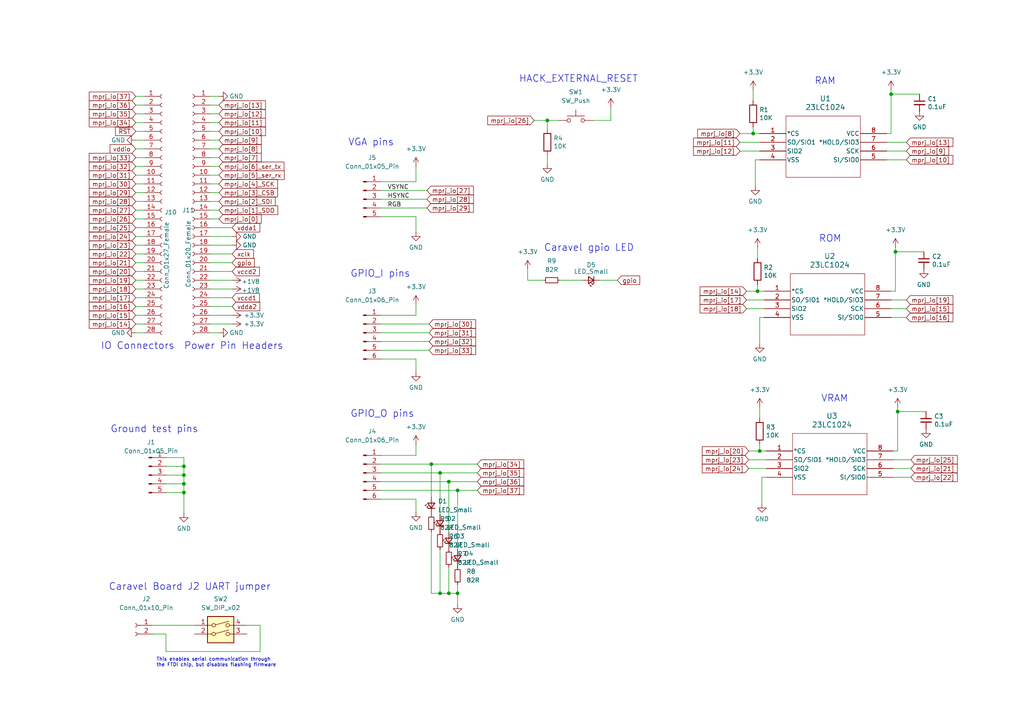
<source format=kicad_sch>
(kicad_sch (version 20230121) (generator eeschema)
  (paper "A4")
  (lib_symbols
    (symbol "23lc1024:23LC1024-I_SN" (pin_names (offset 0.254))
      (property "Reference" "U1" (at 19.05 10.16 0))
      (property "Value" "23LC1024-I/SN" (at 19.05 7.62 0))
      (symbol "23LC1024-I_SN_0_1"
        (polyline (pts (xy 7.62 -12.7) (xy 29.21 -12.7)) (stroke (width 0.127)))
        (polyline (pts (xy 7.62 5.08) (xy 7.62 -12.7)) (stroke (width 0.127)))
        (polyline (pts (xy 29.21 -12.7) (xy 29.21 5.08)) (stroke (width 0.127)))
        (polyline (pts (xy 29.21 5.08) (xy 7.62 5.08)) (stroke (width 0.127)))
        (pin input line (at 0 0 0) (length 7.62) (name "*CS") (number "1"))
        (pin bidirectional line (at 0 -2.54 0) (length 7.62) (name "SO/SIO1") (number "2"))
        (pin bidirectional line (at 0 -5.08 0) (length 7.62) (name "SIO2") (number "3"))
        (pin power_in line (at 0 -7.62 0) (length 7.62) (name "VSS") (number "4"))
        (pin bidirectional line (at 36.83 -7.62 180) (length 7.62) (name "SI/SIO0") (number "5"))
        (pin unspecified line (at 36.83 -5.08 180) (length 7.62) (name "SCK") (number "6"))
        (pin bidirectional line (at 36.83 -2.54 180) (length 7.62) (name "*HOLD/SIO3") (number "7"))
        (pin power_in line (at 36.83 0 180) (length 7.62) (name "VCC") (number "8"))
      )
    )
    (symbol "Connector:Conn_01x02_Socket" (pin_names (offset 1.016) hide)
      (property "Reference" "J" (at 0 2.54 0))
      (property "Value" "Conn_01x02_Socket" (at 0 -5.08 0))
      (symbol "Conn_01x02_Socket_1_1"
        (arc (start 0 -2.032) (mid -0.5058 -2.54) (end 0 -3.048) (stroke (width 0.1524)))
        (polyline (pts (xy -1.27 -2.54) (xy -0.508 -2.54)) (stroke (width 0.1524)))
        (polyline (pts (xy -1.27 0) (xy -0.508 0)) (stroke (width 0.1524)))
        (arc (start 0 0.508) (mid -0.5058 0) (end 0 -0.508) (stroke (width 0.1524)))
        (pin passive line (at -5.08 0 0) (length 3.81) (name "Pin_1") (number "1"))
        (pin passive line (at -5.08 -2.54 0) (length 3.81) (name "Pin_2") (number "2"))
      )
    )
    (symbol "Connector:Conn_01x05_Pin" (pin_names (offset 1.016) hide)
      (property "Reference" "J" (at 0 7.62 0))
      (property "Value" "Conn_01x05_Pin" (at 0 -7.62 0))
      (symbol "Conn_01x05_Pin_1_1"
        (polyline (pts (xy 1.27 -5.08) (xy 0.8636 -5.08)) (stroke (width 0.1524)))
        (polyline (pts (xy 1.27 -2.54) (xy 0.8636 -2.54)) (stroke (width 0.1524)))
        (polyline (pts (xy 1.27 0) (xy 0.8636 0)) (stroke (width 0.1524)))
        (polyline (pts (xy 1.27 2.54) (xy 0.8636 2.54)) (stroke (width 0.1524)))
        (polyline (pts (xy 1.27 5.08) (xy 0.8636 5.08)) (stroke (width 0.1524)))
        (rectangle (start 0.8636 -4.953) (end 0 -5.207) (stroke (width 0.1524)) (fill (type outline)))
        (rectangle (start 0.8636 -2.413) (end 0 -2.667) (stroke (width 0.1524)) (fill (type outline)))
        (rectangle (start 0.8636 0.127) (end 0 -0.127) (stroke (width 0.1524)) (fill (type outline)))
        (rectangle (start 0.8636 2.667) (end 0 2.413) (stroke (width 0.1524)) (fill (type outline)))
        (rectangle (start 0.8636 5.207) (end 0 4.953) (stroke (width 0.1524)) (fill (type outline)))
        (pin passive line (at 5.08 5.08 180) (length 3.81) (name "Pin_1") (number "1"))
        (pin passive line (at 5.08 2.54 180) (length 3.81) (name "Pin_2") (number "2"))
        (pin passive line (at 5.08 0 180) (length 3.81) (name "Pin_3") (number "3"))
        (pin passive line (at 5.08 -2.54 180) (length 3.81) (name "Pin_4") (number "4"))
        (pin passive line (at 5.08 -5.08 180) (length 3.81) (name "Pin_5") (number "5"))
      )
    )
    (symbol "Connector:Conn_01x06_Pin" (pin_names (offset 1.016) hide)
      (property "Reference" "J" (at 0 7.62 0))
      (property "Value" "Conn_01x06_Pin" (at 0 -10.16 0))
      (symbol "Conn_01x06_Pin_1_1"
        (polyline (pts (xy 1.27 -7.62) (xy 0.8636 -7.62)) (stroke (width 0.1524)))
        (polyline (pts (xy 1.27 -5.08) (xy 0.8636 -5.08)) (stroke (width 0.1524)))
        (polyline (pts (xy 1.27 -2.54) (xy 0.8636 -2.54)) (stroke (width 0.1524)))
        (polyline (pts (xy 1.27 0) (xy 0.8636 0)) (stroke (width 0.1524)))
        (polyline (pts (xy 1.27 2.54) (xy 0.8636 2.54)) (stroke (width 0.1524)))
        (polyline (pts (xy 1.27 5.08) (xy 0.8636 5.08)) (stroke (width 0.1524)))
        (rectangle (start 0.8636 -7.493) (end 0 -7.747) (stroke (width 0.1524)) (fill (type outline)))
        (rectangle (start 0.8636 -4.953) (end 0 -5.207) (stroke (width 0.1524)) (fill (type outline)))
        (rectangle (start 0.8636 -2.413) (end 0 -2.667) (stroke (width 0.1524)) (fill (type outline)))
        (rectangle (start 0.8636 0.127) (end 0 -0.127) (stroke (width 0.1524)) (fill (type outline)))
        (rectangle (start 0.8636 2.667) (end 0 2.413) (stroke (width 0.1524)) (fill (type outline)))
        (rectangle (start 0.8636 5.207) (end 0 4.953) (stroke (width 0.1524)) (fill (type outline)))
        (pin passive line (at 5.08 5.08 180) (length 3.81) (name "Pin_1") (number "1"))
        (pin passive line (at 5.08 2.54 180) (length 3.81) (name "Pin_2") (number "2"))
        (pin passive line (at 5.08 0 180) (length 3.81) (name "Pin_3") (number "3"))
        (pin passive line (at 5.08 -2.54 180) (length 3.81) (name "Pin_4") (number "4"))
        (pin passive line (at 5.08 -5.08 180) (length 3.81) (name "Pin_5") (number "5"))
        (pin passive line (at 5.08 -7.62 180) (length 3.81) (name "Pin_6") (number "6"))
      )
    )
    (symbol "Connector:Conn_01x28_Female" (pin_names (offset 1.016) hide)
      (property "Reference" "J" (at 0 35.56 0))
      (property "Value" "Conn_01x28_Female" (at 0 -38.1 0))
      (symbol "Conn_01x28_Female_1_1"
        (arc (start 0 -35.052) (mid -0.5058 -35.56) (end 0 -36.068) (stroke (width 0.1524)))
        (arc (start 0 -32.512) (mid -0.5058 -33.02) (end 0 -33.528) (stroke (width 0.1524)))
        (arc (start 0 -29.972) (mid -0.5058 -30.48) (end 0 -30.988) (stroke (width 0.1524)))
        (arc (start 0 -27.432) (mid -0.5058 -27.94) (end 0 -28.448) (stroke (width 0.1524)))
        (arc (start 0 -24.892) (mid -0.5058 -25.4) (end 0 -25.908) (stroke (width 0.1524)))
        (arc (start 0 -22.352) (mid -0.5058 -22.86) (end 0 -23.368) (stroke (width 0.1524)))
        (arc (start 0 -19.812) (mid -0.5058 -20.32) (end 0 -20.828) (stroke (width 0.1524)))
        (arc (start 0 -17.272) (mid -0.5058 -17.78) (end 0 -18.288) (stroke (width 0.1524)))
        (arc (start 0 -14.732) (mid -0.5058 -15.24) (end 0 -15.748) (stroke (width 0.1524)))
        (arc (start 0 -12.192) (mid -0.5058 -12.7) (end 0 -13.208) (stroke (width 0.1524)))
        (arc (start 0 -9.652) (mid -0.5058 -10.16) (end 0 -10.668) (stroke (width 0.1524)))
        (arc (start 0 -7.112) (mid -0.5058 -7.62) (end 0 -8.128) (stroke (width 0.1524)))
        (arc (start 0 -4.572) (mid -0.5058 -5.08) (end 0 -5.588) (stroke (width 0.1524)))
        (arc (start 0 -2.032) (mid -0.5058 -2.54) (end 0 -3.048) (stroke (width 0.1524)))
        (polyline (pts (xy -1.27 -35.56) (xy -0.508 -35.56)) (stroke (width 0.1524)))
        (polyline (pts (xy -1.27 -33.02) (xy -0.508 -33.02)) (stroke (width 0.1524)))
        (polyline (pts (xy -1.27 -30.48) (xy -0.508 -30.48)) (stroke (width 0.1524)))
        (polyline (pts (xy -1.27 -27.94) (xy -0.508 -27.94)) (stroke (width 0.1524)))
        (polyline (pts (xy -1.27 -25.4) (xy -0.508 -25.4)) (stroke (width 0.1524)))
        (polyline (pts (xy -1.27 -22.86) (xy -0.508 -22.86)) (stroke (width 0.1524)))
        (polyline (pts (xy -1.27 -20.32) (xy -0.508 -20.32)) (stroke (width 0.1524)))
        (polyline (pts (xy -1.27 -17.78) (xy -0.508 -17.78)) (stroke (width 0.1524)))
        (polyline (pts (xy -1.27 -15.24) (xy -0.508 -15.24)) (stroke (width 0.1524)))
        (polyline (pts (xy -1.27 -12.7) (xy -0.508 -12.7)) (stroke (width 0.1524)))
        (polyline (pts (xy -1.27 -10.16) (xy -0.508 -10.16)) (stroke (width 0.1524)))
        (polyline (pts (xy -1.27 -7.62) (xy -0.508 -7.62)) (stroke (width 0.1524)))
        (polyline (pts (xy -1.27 -5.08) (xy -0.508 -5.08)) (stroke (width 0.1524)))
        (polyline (pts (xy -1.27 -2.54) (xy -0.508 -2.54)) (stroke (width 0.1524)))
        (polyline (pts (xy -1.27 0) (xy -0.508 0)) (stroke (width 0.1524)))
        (polyline (pts (xy -1.27 2.54) (xy -0.508 2.54)) (stroke (width 0.1524)))
        (polyline (pts (xy -1.27 5.08) (xy -0.508 5.08)) (stroke (width 0.1524)))
        (polyline (pts (xy -1.27 7.62) (xy -0.508 7.62)) (stroke (width 0.1524)))
        (polyline (pts (xy -1.27 10.16) (xy -0.508 10.16)) (stroke (width 0.1524)))
        (polyline (pts (xy -1.27 12.7) (xy -0.508 12.7)) (stroke (width 0.1524)))
        (polyline (pts (xy -1.27 15.24) (xy -0.508 15.24)) (stroke (width 0.1524)))
        (polyline (pts (xy -1.27 17.78) (xy -0.508 17.78)) (stroke (width 0.1524)))
        (polyline (pts (xy -1.27 20.32) (xy -0.508 20.32)) (stroke (width 0.1524)))
        (polyline (pts (xy -1.27 22.86) (xy -0.508 22.86)) (stroke (width 0.1524)))
        (polyline (pts (xy -1.27 25.4) (xy -0.508 25.4)) (stroke (width 0.1524)))
        (polyline (pts (xy -1.27 27.94) (xy -0.508 27.94)) (stroke (width 0.1524)))
        (polyline (pts (xy -1.27 30.48) (xy -0.508 30.48)) (stroke (width 0.1524)))
        (polyline (pts (xy -1.27 33.02) (xy -0.508 33.02)) (stroke (width 0.1524)))
        (arc (start 0 0.508) (mid -0.5058 0) (end 0 -0.508) (stroke (width 0.1524)))
        (arc (start 0 3.048) (mid -0.5058 2.54) (end 0 2.032) (stroke (width 0.1524)))
        (arc (start 0 5.588) (mid -0.5058 5.08) (end 0 4.572) (stroke (width 0.1524)))
        (arc (start 0 8.128) (mid -0.5058 7.62) (end 0 7.112) (stroke (width 0.1524)))
        (arc (start 0 10.668) (mid -0.5058 10.16) (end 0 9.652) (stroke (width 0.1524)))
        (arc (start 0 13.208) (mid -0.5058 12.7) (end 0 12.192) (stroke (width 0.1524)))
        (arc (start 0 15.748) (mid -0.5058 15.24) (end 0 14.732) (stroke (width 0.1524)))
        (arc (start 0 18.288) (mid -0.5058 17.78) (end 0 17.272) (stroke (width 0.1524)))
        (arc (start 0 20.828) (mid -0.5058 20.32) (end 0 19.812) (stroke (width 0.1524)))
        (arc (start 0 23.368) (mid -0.5058 22.86) (end 0 22.352) (stroke (width 0.1524)))
        (arc (start 0 25.908) (mid -0.5058 25.4) (end 0 24.892) (stroke (width 0.1524)))
        (arc (start 0 28.448) (mid -0.5058 27.94) (end 0 27.432) (stroke (width 0.1524)))
        (arc (start 0 30.988) (mid -0.5058 30.48) (end 0 29.972) (stroke (width 0.1524)))
        (arc (start 0 33.528) (mid -0.5058 33.02) (end 0 32.512) (stroke (width 0.1524)))
        (pin passive line (at -5.08 33.02 0) (length 3.81) (name "Pin_1") (number "1"))
        (pin passive line (at -5.08 10.16 0) (length 3.81) (name "Pin_10") (number "10"))
        (pin passive line (at -5.08 7.62 0) (length 3.81) (name "Pin_11") (number "11"))
        (pin passive line (at -5.08 5.08 0) (length 3.81) (name "Pin_12") (number "12"))
        (pin passive line (at -5.08 2.54 0) (length 3.81) (name "Pin_13") (number "13"))
        (pin passive line (at -5.08 0 0) (length 3.81) (name "Pin_14") (number "14"))
        (pin passive line (at -5.08 -2.54 0) (length 3.81) (name "Pin_15") (number "15"))
        (pin passive line (at -5.08 -5.08 0) (length 3.81) (name "Pin_16") (number "16"))
        (pin passive line (at -5.08 -7.62 0) (length 3.81) (name "Pin_17") (number "17"))
        (pin passive line (at -5.08 -10.16 0) (length 3.81) (name "Pin_18") (number "18"))
        (pin passive line (at -5.08 -12.7 0) (length 3.81) (name "Pin_19") (number "19"))
        (pin passive line (at -5.08 30.48 0) (length 3.81) (name "Pin_2") (number "2"))
        (pin passive line (at -5.08 -15.24 0) (length 3.81) (name "Pin_20") (number "20"))
        (pin passive line (at -5.08 -17.78 0) (length 3.81) (name "Pin_21") (number "21"))
        (pin passive line (at -5.08 -20.32 0) (length 3.81) (name "Pin_22") (number "22"))
        (pin passive line (at -5.08 -22.86 0) (length 3.81) (name "Pin_23") (number "23"))
        (pin passive line (at -5.08 -25.4 0) (length 3.81) (name "Pin_24") (number "24"))
        (pin passive line (at -5.08 -27.94 0) (length 3.81) (name "Pin_25") (number "25"))
        (pin passive line (at -5.08 -30.48 0) (length 3.81) (name "Pin_26") (number "26"))
        (pin passive line (at -5.08 -33.02 0) (length 3.81) (name "Pin_27") (number "27"))
        (pin passive line (at -5.08 -35.56 0) (length 3.81) (name "Pin_28") (number "28"))
        (pin passive line (at -5.08 27.94 0) (length 3.81) (name "Pin_3") (number "3"))
        (pin passive line (at -5.08 25.4 0) (length 3.81) (name "Pin_4") (number "4"))
        (pin passive line (at -5.08 22.86 0) (length 3.81) (name "Pin_5") (number "5"))
        (pin passive line (at -5.08 20.32 0) (length 3.81) (name "Pin_6") (number "6"))
        (pin passive line (at -5.08 17.78 0) (length 3.81) (name "Pin_7") (number "7"))
        (pin passive line (at -5.08 15.24 0) (length 3.81) (name "Pin_8") (number "8"))
        (pin passive line (at -5.08 12.7 0) (length 3.81) (name "Pin_9") (number "9"))
      )
    )
    (symbol "Device:C_Small" (pin_numbers hide) (pin_names (offset 0.254) hide)
      (property "Reference" "C" (at 0.254 1.778 0))
      (property "Value" "C_Small" (at 0.254 -2.032 0))
      (symbol "C_Small_0_1"
        (polyline (pts (xy -1.524 -0.508) (xy 1.524 -0.508)) (stroke (width 0.3302)))
        (polyline (pts (xy -1.524 0.508) (xy 1.524 0.508)) (stroke (width 0.3048)))
      )
      (symbol "C_Small_1_1"
        (pin passive line (at 0 2.54 270) (length 2.032) (name "~") (number "1"))
        (pin passive line (at 0 -2.54 90) (length 2.032) (name "~") (number "2"))
      )
    )
    (symbol "Device:LED_Small" (pin_numbers hide) (pin_names (offset 0.254) hide)
      (property "Reference" "D" (at -1.27 3.175 0))
      (property "Value" "LED_Small" (at -4.445 -2.54 0))
      (symbol "LED_Small_0_1"
        (polyline (pts (xy -0.762 -1.016) (xy -0.762 1.016)) (stroke (width 0.254)))
        (polyline (pts (xy 1.016 0) (xy -0.762 0)))
        (polyline (pts (xy 0.762 -1.016) (xy -0.762 0) (xy 0.762 1.016) (xy 0.762 -1.016)) (stroke (width 0.254)))
        (polyline (pts (xy 0 0.762) (xy -0.508 1.27) (xy -0.254 1.27) (xy -0.508 1.27) (xy -0.508 1.016)))
        (polyline (pts (xy 0.508 1.27) (xy 0 1.778) (xy 0.254 1.778) (xy 0 1.778) (xy 0 1.524)))
      )
      (symbol "LED_Small_1_1"
        (pin passive line (at -2.54 0 0) (length 1.778) (name "K") (number "1"))
        (pin passive line (at 2.54 0 180) (length 1.778) (name "A") (number "2"))
      )
    )
    (symbol "Device:R" (pin_numbers hide) (pin_names (offset 0))
      (property "Reference" "R" (at 2.032 0 90))
      (property "Value" "R" (at 0 0 90))
      (symbol "R_0_1"
        (rectangle (start -1.016 -2.54) (end 1.016 2.54) (stroke (width 0.254)))
      )
      (symbol "R_1_1"
        (pin passive line (at 0 3.81 270) (length 1.27) (name "~") (number "1"))
        (pin passive line (at 0 -3.81 90) (length 1.27) (name "~") (number "2"))
      )
    )
    (symbol "Device:R_Small" (pin_numbers hide) (pin_names (offset 0.254) hide)
      (property "Reference" "R" (at 0.762 0.508 0))
      (property "Value" "R_Small" (at 0.762 -1.016 0))
      (symbol "R_Small_0_1"
        (rectangle (start -0.762 1.778) (end 0.762 -1.778) (stroke (width 0.2032)))
      )
      (symbol "R_Small_1_1"
        (pin passive line (at 0 2.54 270) (length 0.762) (name "~") (number "1"))
        (pin passive line (at 0 -2.54 90) (length 0.762) (name "~") (number "2"))
      )
    )
    (symbol "Switch:SW_DIP_x02" (pin_names (offset 0) hide)
      (property "Reference" "SW" (at 0 6.35 0))
      (property "Value" "SW_DIP_x02" (at 0 -3.81 0))
      (symbol "SW_DIP_x02_0_0"
        (circle (center -2.032 0) (radius 0.508))
        (circle (center -2.032 2.54) (radius 0.508))
        (polyline (pts (xy -1.524 0.127) (xy 2.3622 1.1684)))
        (polyline (pts (xy -1.524 2.667) (xy 2.3622 3.7084)))
        (circle (center 2.032 0) (radius 0.508))
        (circle (center 2.032 2.54) (radius 0.508))
      )
      (symbol "SW_DIP_x02_0_1"
        (rectangle (start -3.81 5.08) (end 3.81 -2.54) (stroke (width 0.254)) (fill (type background)))
      )
      (symbol "SW_DIP_x02_1_1"
        (pin passive line (at -7.62 2.54 0) (length 5.08) (name "~") (number "1"))
        (pin passive line (at -7.62 0 0) (length 5.08) (name "~") (number "2"))
        (pin passive line (at 7.62 0 180) (length 5.08) (name "~") (number "3"))
        (pin passive line (at 7.62 2.54 180) (length 5.08) (name "~") (number "4"))
      )
    )
    (symbol "Switch:SW_Push" (pin_numbers hide) (pin_names (offset 1.016) hide)
      (property "Reference" "SW" (at 1.27 2.54 0))
      (property "Value" "SW_Push" (at 0 -1.524 0))
      (symbol "SW_Push_0_1"
        (circle (center -2.032 0) (radius 0.508))
        (polyline (pts (xy 0 1.27) (xy 0 3.048)))
        (polyline (pts (xy 2.54 1.27) (xy -2.54 1.27)))
        (circle (center 2.032 0) (radius 0.508))
        (pin passive line (at -5.08 0 0) (length 2.54) (name "1") (number "1"))
        (pin passive line (at 5.08 0 180) (length 2.54) (name "2") (number "2"))
      )
    )
    (symbol "power:+1V8" (power) (pin_names (offset 0))
      (property "Value" "+1V8" (at 0 3.556 0))
      (symbol "+1V8_0_1"
        (polyline (pts (xy -0.762 1.27) (xy 0 2.54)))
        (polyline (pts (xy 0 0) (xy 0 2.54)))
        (polyline (pts (xy 0 2.54) (xy 0.762 1.27)))
      )
      (symbol "+1V8_1_1"
        (pin power_in line (at 0 0 90) (length 0) hide (name "+1V8") (number "1"))
      )
    )
    (symbol "power:+3.3V" (power) (pin_names (offset 0))
      (property "Value" "+3.3V" (at 0 3.556 0))
      (symbol "+3.3V_0_1"
        (polyline (pts (xy -0.762 1.27) (xy 0 2.54)))
        (polyline (pts (xy 0 0) (xy 0 2.54)))
        (polyline (pts (xy 0 2.54) (xy 0.762 1.27)))
      )
      (symbol "+3.3V_1_1"
        (pin power_in line (at 0 0 90) (length 0) hide (name "+3.3V") (number "1"))
      )
    )
    (symbol "power:GND" (power) (pin_names (offset 0))
      (property "Value" "GND" (at 0 -3.81 0))
      (symbol "GND_0_1"
        (polyline (pts (xy 0 0) (xy 0 -1.27) (xy 1.27 -1.27) (xy 0 -2.54) (xy -1.27 -1.27) (xy 0 -1.27)))
      )
      (symbol "GND_1_1"
        (pin power_in line (at 0 0 270) (length 0) hide (name "GND") (number "1"))
      )
    )
  )
  (junction (at 130.175 139.7))
  (junction (at 127.635 172.085))
  (junction (at 53.34 140.335))
  (junction (at 158.75 34.925))
  (junction (at 127.635 137.16))
  (junction (at 132.715 142.24))
  (junction (at 125.095 134.62))
  (junction (at 53.34 135.255))
  (junction (at 53.34 137.795))
  (junction (at 53.34 142.875))
  (junction (at 218.44 38.735))
  (junction (at 220.345 130.81))
  (junction (at 258.445 27.305))
  (junction (at 259.715 73.025))
  (junction (at 130.175 172.085))
  (junction (at 219.71 84.455))
  (junction (at 132.715 172.085))
  (junction (at 260.35 119.38))
  (wire (pts (xy 257.175 38.735) (xy 258.445 38.735)))
  (wire (pts (xy 110.49 91.44) (xy 120.65 91.44)))
  (wire (pts (xy 60.96 88.9) (xy 67.31 88.9)))
  (wire (pts (xy 110.49 134.62) (xy 125.095 134.62)))
  (wire (pts (xy 120.65 104.14) (xy 120.65 107.95)))
  (wire (pts (xy 110.49 99.06) (xy 124.46 99.06)))
  (wire (pts (xy 220.345 128.905) (xy 220.345 130.81)))
  (wire (pts (xy 219.075 46.355) (xy 219.075 53.975)))
  (wire (pts (xy 63.5 33.02) (xy 60.96 33.02)))
  (wire (pts (xy 219.71 84.455) (xy 221.615 84.455)))
  (wire (pts (xy 39.37 78.74) (xy 41.91 78.74)))
  (wire (pts (xy 132.715 169.545) (xy 132.715 172.085)))
  (wire (pts (xy 120.65 62.865) (xy 110.49 62.865)))
  (wire (pts (xy 217.17 135.89) (xy 222.25 135.89)))
  (wire (pts (xy 130.175 164.465) (xy 130.175 172.085)))
  (wire (pts (xy 63.5 48.26) (xy 60.96 48.26)))
  (wire (pts (xy 258.445 27.305) (xy 258.445 38.735)))
  (wire (pts (xy 60.96 91.44) (xy 67.31 91.44)))
  (wire (pts (xy 67.31 66.04) (xy 60.96 66.04)))
  (wire (pts (xy 132.715 142.24) (xy 138.43 142.24)))
  (wire (pts (xy 120.65 144.78) (xy 120.65 148.59)))
  (wire (pts (xy 218.44 26.035) (xy 218.44 29.21)))
  (wire (pts (xy 53.34 132.715) (xy 53.34 135.255)))
  (wire (pts (xy 71.628 181.356) (xy 75.438 181.356)))
  (wire (pts (xy 220.98 138.43) (xy 220.98 146.05)))
  (wire (pts (xy 110.49 52.705) (xy 120.65 52.705)))
  (wire (pts (xy 110.49 139.7) (xy 130.175 139.7)))
  (wire (pts (xy 257.175 43.815) (xy 262.89 43.815)))
  (wire (pts (xy 53.34 142.875) (xy 53.34 148.844)))
  (wire (pts (xy 158.75 34.925) (xy 161.925 34.925)))
  (wire (pts (xy 39.37 76.2) (xy 41.91 76.2)))
  (wire (pts (xy 110.49 60.325) (xy 123.825 60.325)))
  (wire (pts (xy 63.5 38.1) (xy 60.96 38.1)))
  (wire (pts (xy 258.445 27.305) (xy 266.7 27.305)))
  (wire (pts (xy 110.49 137.16) (xy 127.635 137.16)))
  (wire (pts (xy 219.71 82.55) (xy 219.71 84.455)))
  (wire (pts (xy 127.635 137.16) (xy 138.43 137.16)))
  (wire (pts (xy 53.34 137.795) (xy 53.34 140.335)))
  (wire (pts (xy 127.635 159.385) (xy 127.635 172.085)))
  (wire (pts (xy 60.96 96.52) (xy 63.5 96.52)))
  (wire (pts (xy 48.26 140.335) (xy 53.34 140.335)))
  (wire (pts (xy 63.5 30.48) (xy 60.96 30.48)))
  (wire (pts (xy 120.65 67.31) (xy 120.65 62.865)))
  (wire (pts (xy 41.91 60.96) (xy 39.37 60.96)))
  (wire (pts (xy 110.49 104.14) (xy 120.65 104.14)))
  (wire (pts (xy 63.5 40.64) (xy 60.96 40.64)))
  (wire (pts (xy 125.095 134.62) (xy 138.43 134.62)))
  (wire (pts (xy 48.26 137.795) (xy 53.34 137.795)))
  (wire (pts (xy 67.31 68.58) (xy 60.96 68.58)))
  (wire (pts (xy 217.17 133.35) (xy 222.25 133.35)))
  (wire (pts (xy 257.175 41.275) (xy 262.89 41.275)))
  (wire (pts (xy 41.91 66.04) (xy 39.37 66.04)))
  (wire (pts (xy 110.49 96.52) (xy 124.46 96.52)))
  (wire (pts (xy 214.63 38.735) (xy 218.44 38.735)))
  (wire (pts (xy 216.535 84.455) (xy 219.71 84.455)))
  (wire (pts (xy 132.715 142.24) (xy 132.715 159.385)))
  (wire (pts (xy 259.08 138.43) (xy 264.16 138.43)))
  (wire (pts (xy 41.91 55.88) (xy 39.37 55.88)))
  (wire (pts (xy 222.25 138.43) (xy 220.98 138.43)))
  (wire (pts (xy 39.37 83.82) (xy 41.91 83.82)))
  (wire (pts (xy 44.323 181.356) (xy 56.388 181.356)))
  (wire (pts (xy 162.56 81.28) (xy 168.91 81.28)))
  (wire (pts (xy 127.635 137.16) (xy 127.635 149.225)))
  (wire (pts (xy 125.095 154.305) (xy 125.095 172.085)))
  (wire (pts (xy 110.49 57.785) (xy 123.825 57.785)))
  (wire (pts (xy 153.035 81.28) (xy 157.48 81.28)))
  (wire (pts (xy 41.91 30.48) (xy 39.37 30.48)))
  (wire (pts (xy 220.345 118.11) (xy 220.345 121.285)))
  (wire (pts (xy 219.71 71.755) (xy 219.71 74.93)))
  (wire (pts (xy 63.5 58.42) (xy 60.96 58.42)))
  (wire (pts (xy 257.175 46.355) (xy 262.89 46.355)))
  (wire (pts (xy 177.165 34.925) (xy 177.165 31.115)))
  (wire (pts (xy 220.345 130.81) (xy 222.25 130.81)))
  (wire (pts (xy 214.63 43.815) (xy 220.345 43.815)))
  (wire (pts (xy 41.91 27.94) (xy 39.37 27.94)))
  (wire (pts (xy 130.175 172.085) (xy 132.715 172.085)))
  (wire (pts (xy 258.445 86.995) (xy 262.89 86.995)))
  (wire (pts (xy 41.91 38.1) (xy 39.37 38.1)))
  (wire (pts (xy 220.345 46.355) (xy 219.075 46.355)))
  (wire (pts (xy 110.49 144.78) (xy 120.65 144.78)))
  (wire (pts (xy 39.37 91.44) (xy 41.91 91.44)))
  (wire (pts (xy 260.35 118.11) (xy 260.35 119.38)))
  (wire (pts (xy 41.91 48.26) (xy 39.37 48.26)))
  (wire (pts (xy 214.63 41.275) (xy 220.345 41.275)))
  (wire (pts (xy 259.715 71.755) (xy 259.715 73.025)))
  (wire (pts (xy 259.08 133.35) (xy 264.16 133.35)))
  (wire (pts (xy 67.31 73.66) (xy 60.96 73.66)))
  (wire (pts (xy 41.91 33.02) (xy 39.37 33.02)))
  (wire (pts (xy 41.91 50.8) (xy 39.37 50.8)))
  (wire (pts (xy 39.37 93.98) (xy 41.91 93.98)))
  (wire (pts (xy 41.91 96.52) (xy 39.37 96.52)))
  (wire (pts (xy 67.31 76.2) (xy 60.96 76.2)))
  (wire (pts (xy 41.91 58.42) (xy 39.37 58.42)))
  (wire (pts (xy 127.635 172.085) (xy 130.175 172.085)))
  (wire (pts (xy 60.96 81.28) (xy 67.31 81.28)))
  (wire (pts (xy 259.08 135.89) (xy 264.16 135.89)))
  (wire (pts (xy 48.26 142.875) (xy 53.34 142.875)))
  (wire (pts (xy 158.75 45.085) (xy 158.75 47.625)))
  (wire (pts (xy 63.5 43.18) (xy 60.96 43.18)))
  (wire (pts (xy 60.96 83.82) (xy 67.31 83.82)))
  (wire (pts (xy 120.65 132.08) (xy 120.65 128.905)))
  (wire (pts (xy 154.94 34.925) (xy 158.75 34.925)))
  (wire (pts (xy 63.5 50.8) (xy 60.96 50.8)))
  (wire (pts (xy 120.65 91.44) (xy 120.65 88.265)))
  (wire (pts (xy 44.323 183.896) (xy 48.133 183.896)))
  (wire (pts (xy 48.133 188.976) (xy 48.133 183.896)))
  (wire (pts (xy 63.5 63.5) (xy 60.96 63.5)))
  (wire (pts (xy 60.96 27.94) (xy 63.5 27.94)))
  (wire (pts (xy 217.17 130.81) (xy 220.345 130.81)))
  (wire (pts (xy 63.5 45.72) (xy 60.96 45.72)))
  (wire (pts (xy 260.35 119.38) (xy 260.35 130.81)))
  (wire (pts (xy 41.91 35.56) (xy 39.37 35.56)))
  (wire (pts (xy 221.615 92.075) (xy 220.345 92.075)))
  (wire (pts (xy 172.085 34.925) (xy 177.165 34.925)))
  (wire (pts (xy 258.445 89.535) (xy 262.89 89.535)))
  (wire (pts (xy 39.37 88.9) (xy 41.91 88.9)))
  (wire (pts (xy 259.715 73.025) (xy 259.715 84.455)))
  (wire (pts (xy 153.035 78.105) (xy 153.035 81.28)))
  (wire (pts (xy 75.438 188.976) (xy 48.133 188.976)))
  (wire (pts (xy 216.535 89.535) (xy 221.615 89.535)))
  (wire (pts (xy 41.91 71.12) (xy 39.37 71.12)))
  (wire (pts (xy 259.08 130.81) (xy 260.35 130.81)))
  (wire (pts (xy 48.26 135.255) (xy 53.34 135.255)))
  (wire (pts (xy 67.31 93.98) (xy 60.96 93.98)))
  (wire (pts (xy 41.91 53.34) (xy 39.37 53.34)))
  (wire (pts (xy 60.96 78.74) (xy 67.31 78.74)))
  (wire (pts (xy 125.095 172.085) (xy 127.635 172.085)))
  (wire (pts (xy 120.65 52.705) (xy 120.65 48.26)))
  (wire (pts (xy 41.91 43.18) (xy 39.37 43.18)))
  (wire (pts (xy 53.34 135.255) (xy 53.34 137.795)))
  (wire (pts (xy 41.91 63.5) (xy 39.37 63.5)))
  (wire (pts (xy 53.34 140.335) (xy 53.34 142.875)))
  (wire (pts (xy 41.91 45.72) (xy 39.37 45.72)))
  (wire (pts (xy 125.095 144.145) (xy 125.095 134.62)))
  (wire (pts (xy 60.96 86.36) (xy 67.31 86.36)))
  (wire (pts (xy 39.37 81.28) (xy 41.91 81.28)))
  (wire (pts (xy 63.5 60.96) (xy 60.96 60.96)))
  (wire (pts (xy 260.35 119.38) (xy 268.605 119.38)))
  (wire (pts (xy 259.715 73.025) (xy 267.97 73.025)))
  (wire (pts (xy 110.49 142.24) (xy 132.715 142.24)))
  (wire (pts (xy 158.75 34.925) (xy 158.75 37.465)))
  (wire (pts (xy 258.445 84.455) (xy 259.715 84.455)))
  (wire (pts (xy 63.5 35.56) (xy 60.96 35.56)))
  (wire (pts (xy 258.445 92.075) (xy 262.89 92.075)))
  (wire (pts (xy 218.44 38.735) (xy 220.345 38.735)))
  (wire (pts (xy 258.445 26.035) (xy 258.445 27.305)))
  (wire (pts (xy 41.91 40.64) (xy 39.37 40.64)))
  (wire (pts (xy 216.535 86.995) (xy 221.615 86.995)))
  (wire (pts (xy 130.175 139.7) (xy 130.175 154.305)))
  (wire (pts (xy 63.5 53.34) (xy 60.96 53.34)))
  (wire (pts (xy 220.345 92.075) (xy 220.345 99.695)))
  (wire (pts (xy 41.91 68.58) (xy 39.37 68.58)))
  (wire (pts (xy 67.31 71.12) (xy 60.96 71.12)))
  (wire (pts (xy 63.5 55.88) (xy 60.96 55.88)))
  (wire (pts (xy 48.26 132.715) (xy 53.34 132.715)))
  (wire (pts (xy 39.37 86.36) (xy 41.91 86.36)))
  (wire (pts (xy 110.49 55.245) (xy 123.825 55.245)))
  (wire (pts (xy 132.715 172.085) (xy 132.715 175.26)))
  (wire (pts (xy 110.49 93.98) (xy 124.46 93.98)))
  (wire (pts (xy 110.49 132.08) (xy 120.65 132.08)))
  (wire (pts (xy 130.175 139.7) (xy 138.43 139.7)))
  (wire (pts (xy 39.37 73.66) (xy 41.91 73.66)))
  (wire (pts (xy 75.438 181.356) (xy 75.438 188.976)))
  (wire (pts (xy 110.49 101.6) (xy 124.46 101.6)))
  (wire (pts (xy 218.44 36.83) (xy 218.44 38.735)))
  (wire (pts (xy 173.99 81.28) (xy 179.07 81.28)))
  (text "ROM" (at 237.49 70.485 0) (effects (font (size 2 2)) (justify left bottom)))
  (text "IO Connectors\n" (at 29.21 101.6 0) (effects (font (size 2 2)) (justify left bottom)))
  (text "Caravel gpio LED" (at 157.734 73.152 0) (effects (font (size 2 2)) (justify left bottom)))
  (text "Power Pin Headers" (at 53.34 101.6 0) (effects (font (size 2 2)) (justify left bottom)))
  (text "Caravel Board J2 UART jumper" (at 31.496 171.45 0) (effects (font (size 2 2)) (justify left bottom)))
  (text "Ground test pins" (at 32.004 125.73 0) (effects (font (size 2 2)) (justify left bottom)))
  (text "This enables serial communication through \nthe FTDI chip, but disables flashing firmware" (at 45.339 193.548 0) (effects (font (size 1 1)) (justify left bottom)))
  (text "GPIO_I pins" (at 101.6 80.645 0) (effects (font (size 2 2)) (justify left bottom)))
  (text "VRAM" (at 238.125 116.84 0) (effects (font (size 2 2)) (justify left bottom)))
  (text "VGA pins" (at 100.965 42.545 0) (effects (font (size 2 2)) (justify left bottom)))
  (text "RAM" (at 236.22 24.765 0) (effects (font (size 2 2)) (justify left bottom)))
  (text "HACK_EXTERNAL_RESET" (at 150.495 24.13 0) (effects (font (size 2 2)) (justify left bottom)))
  (text "GPIO_O pins" (at 101.6 121.285 0) (effects (font (size 2 2)) (justify left bottom)))
  (label "HSYNC" (at 112.395 57.785 0))
  (label "VSYNC" (at 112.395 55.245 0))
  (label "RGB" (at 112.395 60.325 0))
  (global_label "mprj_io[9]" (shape input) (at 63.5 40.64 0) (property "Intersheetrefs" "${INTERSHEET_REFS}" (effects hide)))
  (global_label "mprj_io[25]" (shape input) (at 264.16 133.35 0) (property "Intersheetrefs" "${INTERSHEET_REFS}" (effects hide)))
  (global_label "mprj_io[36]" (shape input) (at 39.37 30.48 180) (property "Intersheetrefs" "${INTERSHEET_REFS}" (effects hide)))
  (global_label "mprj_io[26]" (shape input) (at 39.37 63.5 180) (property "Intersheetrefs" "${INTERSHEET_REFS}" (effects hide)))
  (global_label "mprj_io[31]" (shape input) (at 124.46 96.52 0) (property "Intersheetrefs" "${INTERSHEET_REFS}" (effects hide)))
  (global_label "mprj_io[17]" (shape input) (at 39.37 86.36 180) (property "Intersheetrefs" "${INTERSHEET_REFS}" (effects hide)))
  (global_label "mprj_io[27]" (shape input) (at 123.825 55.245 0) (property "Intersheetrefs" "${INTERSHEET_REFS}" (effects hide)))
  (global_label "mprj_io[36]" (shape input) (at 138.43 139.7 0) (property "Intersheetrefs" "${INTERSHEET_REFS}" (effects hide)))
  (global_label "mprj_io[14]" (shape input) (at 39.37 93.98 180) (property "Intersheetrefs" "${INTERSHEET_REFS}" (effects hide)))
  (global_label "~{RST}" (shape input) (at 39.37 38.1 180) (property "Intersheetrefs" "${INTERSHEET_REFS}" (effects hide)))
  (global_label "mprj_io[3]_CSB" (shape input) (at 63.5 55.88 0) (property "Intersheetrefs" "${INTERSHEET_REFS}" (effects hide)))
  (global_label "mprj_io[16]" (shape input) (at 262.89 92.075 0) (property "Intersheetrefs" "${INTERSHEET_REFS}" (effects hide)))
  (global_label "mprj_io[21]" (shape input) (at 39.37 76.2 180) (property "Intersheetrefs" "${INTERSHEET_REFS}" (effects hide)))
  (global_label "mprj_io[11]" (shape input) (at 63.5 35.56 0) (property "Intersheetrefs" "${INTERSHEET_REFS}" (effects hide)))
  (global_label "mprj_io[11]" (shape input) (at 214.63 41.275 180) (property "Intersheetrefs" "${INTERSHEET_REFS}" (effects hide)))
  (global_label "mprj_io[14]" (shape input) (at 216.535 84.455 180) (property "Intersheetrefs" "${INTERSHEET_REFS}" (effects hide)))
  (global_label "mprj_io[10]" (shape input) (at 63.5 38.1 0) (property "Intersheetrefs" "${INTERSHEET_REFS}" (effects hide)))
  (global_label "gpio" (shape input) (at 67.31 76.2 0) (property "Intersheetrefs" "${INTERSHEET_REFS}" (effects hide)))
  (global_label "mprj_io[6]_ser_tx" (shape input) (at 63.5 48.26 0) (property "Intersheetrefs" "${INTERSHEET_REFS}" (effects hide)))
  (global_label "vdda1" (shape input) (at 67.31 66.04 0) (property "Intersheetrefs" "${INTERSHEET_REFS}" (effects hide)))
  (global_label "mprj_io[8]" (shape input) (at 214.63 38.735 180) (property "Intersheetrefs" "${INTERSHEET_REFS}" (effects hide)))
  (global_label "mprj_io[26]" (shape input) (at 154.94 34.925 180) (property "Intersheetrefs" "${INTERSHEET_REFS}" (effects hide)))
  (global_label "mprj_io[32]" (shape input) (at 124.46 99.06 0) (property "Intersheetrefs" "${INTERSHEET_REFS}" (effects hide)))
  (global_label "mprj_io[32]" (shape input) (at 39.37 48.26 180) (property "Intersheetrefs" "${INTERSHEET_REFS}" (effects hide)))
  (global_label "mprj_io[15]" (shape input) (at 262.89 89.535 0) (property "Intersheetrefs" "${INTERSHEET_REFS}" (effects hide)))
  (global_label "mprj_io[10]" (shape input) (at 262.89 46.355 0) (property "Intersheetrefs" "${INTERSHEET_REFS}" (effects hide)))
  (global_label "mprj_io[5]_ser_rx" (shape input) (at 63.5 50.8 0) (property "Intersheetrefs" "${INTERSHEET_REFS}" (effects hide)))
  (global_label "mprj_io[13]" (shape input) (at 262.89 41.275 0) (property "Intersheetrefs" "${INTERSHEET_REFS}" (effects hide)))
  (global_label "mprj_io[15]" (shape input) (at 39.37 91.44 180) (property "Intersheetrefs" "${INTERSHEET_REFS}" (effects hide)))
  (global_label "mprj_io[7]" (shape input) (at 63.5 45.72 0) (property "Intersheetrefs" "${INTERSHEET_REFS}" (effects hide)))
  (global_label "mprj_io[30]" (shape input) (at 39.37 53.34 180) (property "Intersheetrefs" "${INTERSHEET_REFS}" (effects hide)))
  (global_label "mprj_io[1]_SDO" (shape input) (at 63.5 60.96 0) (property "Intersheetrefs" "${INTERSHEET_REFS}" (effects hide)))
  (global_label "vdda2" (shape input) (at 67.31 88.9 0) (property "Intersheetrefs" "${INTERSHEET_REFS}" (effects hide)))
  (global_label "mprj_io[25]" (shape input) (at 39.37 66.04 180) (property "Intersheetrefs" "${INTERSHEET_REFS}" (effects hide)))
  (global_label "mprj_io[29]" (shape input) (at 123.825 60.325 0) (property "Intersheetrefs" "${INTERSHEET_REFS}" (effects hide)))
  (global_label "mprj_io[34]" (shape input) (at 138.43 134.62 0) (property "Intersheetrefs" "${INTERSHEET_REFS}" (effects hide)))
  (global_label "mprj_io[27]" (shape input) (at 39.37 60.96 180) (property "Intersheetrefs" "${INTERSHEET_REFS}" (effects hide)))
  (global_label "vddio" (shape input) (at 39.37 43.18 180) (property "Intersheetrefs" "${INTERSHEET_REFS}" (effects hide)))
  (global_label "mprj_io[24]" (shape input) (at 39.37 68.58 180) (property "Intersheetrefs" "${INTERSHEET_REFS}" (effects hide)))
  (global_label "mprj_io[4]_SCK" (shape input) (at 63.5 53.34 0) (property "Intersheetrefs" "${INTERSHEET_REFS}" (effects hide)))
  (global_label "mprj_io[19]" (shape input) (at 39.37 81.28 180) (property "Intersheetrefs" "${INTERSHEET_REFS}" (effects hide)))
  (global_label "mprj_io[24]" (shape input) (at 217.17 135.89 180) (property "Intersheetrefs" "${INTERSHEET_REFS}" (effects hide)))
  (global_label "mprj_io[0]" (shape input) (at 63.5 63.5 0) (property "Intersheetrefs" "${INTERSHEET_REFS}" (effects hide)))
  (global_label "vccd1" (shape input) (at 67.31 86.36 0) (property "Intersheetrefs" "${INTERSHEET_REFS}" (effects hide)))
  (global_label "mprj_io[20]" (shape input) (at 217.17 130.81 180) (property "Intersheetrefs" "${INTERSHEET_REFS}" (effects hide)))
  (global_label "xclk" (shape input) (at 67.31 73.66 0) (property "Intersheetrefs" "${INTERSHEET_REFS}" (effects hide)))
  (global_label "mprj_io[2]_SDI" (shape input) (at 63.5 58.42 0) (property "Intersheetrefs" "${INTERSHEET_REFS}" (effects hide)))
  (global_label "gpio" (shape input) (at 179.07 81.28 0) (property "Intersheetrefs" "${INTERSHEET_REFS}" (effects hide)))
  (global_label "mprj_io[23]" (shape input) (at 39.37 71.12 180) (property "Intersheetrefs" "${INTERSHEET_REFS}" (effects hide)))
  (global_label "mprj_io[29]" (shape input) (at 39.37 55.88 180) (property "Intersheetrefs" "${INTERSHEET_REFS}" (effects hide)))
  (global_label "mprj_io[12]" (shape input) (at 63.5 33.02 0) (property "Intersheetrefs" "${INTERSHEET_REFS}" (effects hide)))
  (global_label "mprj_io[20]" (shape input) (at 39.37 78.74 180) (property "Intersheetrefs" "${INTERSHEET_REFS}" (effects hide)))
  (global_label "mprj_io[22]" (shape input) (at 264.16 138.43 0) (property "Intersheetrefs" "${INTERSHEET_REFS}" (effects hide)))
  (global_label "mprj_io[31]" (shape input) (at 39.37 50.8 180) (property "Intersheetrefs" "${INTERSHEET_REFS}" (effects hide)))
  (global_label "mprj_io[35]" (shape input) (at 39.37 33.02 180) (property "Intersheetrefs" "${INTERSHEET_REFS}" (effects hide)))
  (global_label "mprj_io[33]" (shape input) (at 39.37 45.72 180) (property "Intersheetrefs" "${INTERSHEET_REFS}" (effects hide)))
  (global_label "mprj_io[23]" (shape input) (at 217.17 133.35 180) (property "Intersheetrefs" "${INTERSHEET_REFS}" (effects hide)))
  (global_label "mprj_io[28]" (shape input) (at 123.825 57.785 0) (property "Intersheetrefs" "${INTERSHEET_REFS}" (effects hide)))
  (global_label "mprj_io[18]" (shape input) (at 39.37 83.82 180) (property "Intersheetrefs" "${INTERSHEET_REFS}" (effects hide)))
  (global_label "mprj_io[18]" (shape input) (at 216.535 89.535 180) (property "Intersheetrefs" "${INTERSHEET_REFS}" (effects hide)))
  (global_label "mprj_io[35]" (shape input) (at 138.43 137.16 0) (property "Intersheetrefs" "${INTERSHEET_REFS}" (effects hide)))
  (global_label "mprj_io[13]" (shape input) (at 63.5 30.48 0) (property "Intersheetrefs" "${INTERSHEET_REFS}" (effects hide)))
  (global_label "mprj_io[8]" (shape input) (at 63.5 43.18 0) (property "Intersheetrefs" "${INTERSHEET_REFS}" (effects hide)))
  (global_label "vccd2" (shape input) (at 67.31 78.74 0) (property "Intersheetrefs" "${INTERSHEET_REFS}" (effects hide)))
  (global_label "mprj_io[30]" (shape input) (at 124.46 93.98 0) (property "Intersheetrefs" "${INTERSHEET_REFS}" (effects hide)))
  (global_label "mprj_io[34]" (shape input) (at 39.37 35.56 180) (property "Intersheetrefs" "${INTERSHEET_REFS}" (effects hide)))
  (global_label "mprj_io[37]" (shape input) (at 138.43 142.24 0) (property "Intersheetrefs" "${INTERSHEET_REFS}" (effects hide)))
  (global_label "mprj_io[17]" (shape input) (at 216.535 86.995 180) (property "Intersheetrefs" "${INTERSHEET_REFS}" (effects hide)))
  (global_label "mprj_io[28]" (shape input) (at 39.37 58.42 180) (property "Intersheetrefs" "${INTERSHEET_REFS}" (effects hide)))
  (global_label "mprj_io[33]" (shape input) (at 124.46 101.6 0) (property "Intersheetrefs" "${INTERSHEET_REFS}" (effects hide)))
  (global_label "mprj_io[37]" (shape input) (at 39.37 27.94 180) (property "Intersheetrefs" "${INTERSHEET_REFS}" (effects hide)))
  (global_label "mprj_io[16]" (shape input) (at 39.37 88.9 180) (property "Intersheetrefs" "${INTERSHEET_REFS}" (effects hide)))
  (global_label "mprj_io[21]" (shape input) (at 264.16 135.89 0) (property "Intersheetrefs" "${INTERSHEET_REFS}" (effects hide)))
  (global_label "mprj_io[12]" (shape input) (at 214.63 43.815 180) (property "Intersheetrefs" "${INTERSHEET_REFS}" (effects hide)))
  (global_label "mprj_io[22]" (shape input) (at 39.37 73.66 180) (property "Intersheetrefs" "${INTERSHEET_REFS}" (effects hide)))
  (global_label "mprj_io[19]" (shape input) (at 262.89 86.995 0) (property "Intersheetrefs" "${INTERSHEET_REFS}" (effects hide)))
  (global_label "mprj_io[9]" (shape input) (at 262.89 43.815 0) (property "Intersheetrefs" "${INTERSHEET_REFS}" (effects hide)))
  (symbol (lib_id "power:+3.3V") (at 177.165 31.115 0) (unit 1)
    (property "Reference" "#PWR024" (effects hide))
    (property "Value" "+3.3V" (at 177.165 26.035 0))
  )
  (symbol (lib_id "power:GND") (at 39.37 40.64 270) (unit 1)
    (property "Reference" "#PWR01" (effects hide))
    (property "Value" "GND" (at 34.29 40.64 90))
  )
  (symbol (lib_id "power:+3.3V") (at 153.035 78.105 0) (unit 1)
    (property "Reference" "#PWR033" (effects hide))
    (property "Value" "+3.3V" (at 153.035 73.025 0))
  )
  (symbol (lib_id "power:GND") (at 120.65 148.59 0) (unit 1)
    (property "Reference" "#PWR031" (effects hide))
    (property "Value" "GND" (at 120.65 153.035 0))
  )
  (symbol (lib_id "Device:C_Small") (at 268.605 121.92 0) (unit 1)
    (property "Reference" "C3" (at 270.9418 120.7516 0) (effects (justify left)))
    (property "Value" "0.1uF" (at 270.9418 123.063 0) (effects (justify left)))
    (property "Footprint" "Capacitor_THT:C_Disc_D6.0mm_W2.5mm_P5.00mm" (effects hide))
  )
  (symbol (lib_id "Connector:Conn_01x28_Female") (at 46.99 60.96 0) (unit 1)
    (property "Reference" "J10" (at 47.7012 61.5696 0) (effects (justify left)))
    (property "Value" "Conn_01x27_Female" (at 48.26 83.82 90) (effects (justify left)))
    (property "Footprint" "Connector_PinHeader_2.54mm:PinHeader_1x28_P2.54mm_Vertical" (effects hide))
  )
  (symbol (lib_id "Device:R") (at 219.71 78.74 0) (unit 1)
    (property "Reference" "R2" (at 221.488 77.5716 0) (effects (justify left)))
    (property "Value" "10K" (at 221.488 79.883 0) (effects (justify left)))
    (property "Footprint" "Resistor_THT:R_Axial_DIN0204_L3.6mm_D1.6mm_P5.08mm_Horizontal" (effects hide))
  )
  (symbol (lib_id "power:GND") (at 67.31 68.58 90) (unit 1)
    (property "Reference" "#PWR05" (effects hide))
    (property "Value" "GND" (at 72.39 68.58 90))
  )
  (symbol (lib_id "power:+1V8") (at 67.31 81.28 270) (unit 1)
    (property "Reference" "#PWR07" (effects hide))
    (property "Value" "+1V8" (at 72.6948 81.661 90))
  )
  (symbol (lib_id "Connector:Conn_01x05_Pin") (at 105.41 57.785 0) (unit 1)
    (property "Reference" "J5" (at 107.95 45.72 0))
    (property "Value" "Conn_01x05_Pin" (at 107.95 48.26 0))
    (property "Footprint" "Connector_PinHeader_2.54mm:PinHeader_1x05_P2.54mm_Vertical" (effects hide))
  )
  (symbol (lib_id "power:GND") (at 220.98 146.05 0) (unit 1)
    (property "Reference" "#PWR019" (effects hide))
    (property "Value" "GND" (at 220.98 150.495 0))
  )
  (symbol (lib_id "power:GND") (at 67.31 71.12 90) (unit 1)
    (property "Reference" "#PWR06" (effects hide))
    (property "Value" "GND" (at 72.39 71.12 90))
  )
  (symbol (lib_id "power:GND") (at 220.345 99.695 0) (unit 1)
    (property "Reference" "#PWR015" (effects hide))
    (property "Value" "GND" (at 220.345 104.14 0))
  )
  (symbol (lib_id "power:GND") (at 63.5 27.94 90) (unit 1)
    (property "Reference" "#PWR03" (effects hide))
    (property "Value" "GND" (at 68.58 27.94 90))
  )
  (symbol (lib_id "power:GND") (at 268.605 124.46 0) (unit 1)
    (property "Reference" "#PWR022" (effects hide))
    (property "Value" "GND" (at 268.605 128.905 0))
  )
  (symbol (lib_id "power:GND") (at 39.37 96.52 270) (unit 1)
    (property "Reference" "#PWR02" (effects hide))
    (property "Value" "GND" (at 34.29 96.52 90))
  )
  (symbol (lib_id "23lc1024:23LC1024-I_SN") (at 221.615 84.455 0) (unit 1)
    (property "Reference" "U2" (at 240.665 74.295 0) (effects (font (size 1.524 1.524))))
    (property "Value" "23LC1024" (at 240.665 76.835 0) (effects (font (size 1.524 1.524))))
    (property "Footprint" "SOIC8-N_MC_MCH" (effects hide))
    (property "Datasheet" "23LC1024-I/SN" (effects hide))
  )
  (symbol (lib_id "Connector:Conn_01x28_Female") (at 55.88 60.96 0) (mirror y) (unit 1)
    (property "Reference" "J11" (at 54.61 60.96 0))
    (property "Value" "Conn_01x20_Female" (at 54.61 73.66 90))
    (property "Footprint" "Connector_PinHeader_2.54mm:PinHeader_1x28_P2.54mm_Vertical" (effects hide))
  )
  (symbol (lib_id "Device:R") (at 218.44 33.02 0) (unit 1)
    (property "Reference" "R1" (at 220.218 31.8516 0) (effects (justify left)))
    (property "Value" "10K" (at 220.218 34.163 0) (effects (justify left)))
    (property "Footprint" "Resistor_THT:R_Axial_DIN0204_L3.6mm_D1.6mm_P5.08mm_Horizontal" (effects hide))
  )
  (symbol (lib_id "power:+3.3V") (at 260.35 118.11 0) (unit 1)
    (property "Reference" "#PWR021" (effects hide))
    (property "Value" "+3.3V" (at 260.35 113.03 0))
  )
  (symbol (lib_id "Device:R") (at 158.75 41.275 0) (unit 1)
    (property "Reference" "R4" (at 160.528 40.1066 0) (effects (justify left)))
    (property "Value" "10K" (at 160.528 42.418 0) (effects (justify left)))
    (property "Footprint" "Resistor_THT:R_Axial_DIN0204_L3.6mm_D1.6mm_P5.08mm_Horizontal" (effects hide))
  )
  (symbol (lib_id "Device:LED_Small") (at 127.635 151.765 90) (unit 1)
    (property "Reference" "D2" (at 129.54 150.4315 90) (effects (justify right)))
    (property "Value" "LED_Small" (at 129.54 152.9715 90) (effects (justify right)))
    (property "Footprint" "LED_SMD:LED_1206_3216Metric_Pad1.42x1.75mm_HandSolder" (effects hide))
  )
  (symbol (lib_id "power:+3.3V") (at 258.445 26.035 0) (unit 1)
    (property "Reference" "#PWR012" (effects hide))
    (property "Value" "+3.3V" (at 258.445 20.955 0))
  )
  (symbol (lib_id "Device:LED_Small") (at 132.715 161.925 90) (unit 1)
    (property "Reference" "D4" (at 134.62 160.5915 90) (effects (justify right)))
    (property "Value" "LED_Small" (at 134.62 163.1315 90) (effects (justify right)))
    (property "Footprint" "LED_SMD:LED_1206_3216Metric_Pad1.42x1.75mm_HandSolder" (effects hide))
  )
  (symbol (lib_id "Device:LED_Small") (at 125.095 146.685 90) (unit 1)
    (property "Reference" "D1" (at 127 145.3515 90) (effects (justify right)))
    (property "Value" "LED_Small" (at 127 147.8915 90) (effects (justify right)))
    (property "Footprint" "LED_SMD:LED_1206_3216Metric_Pad1.42x1.75mm_HandSolder" (effects hide))
  )
  (symbol (lib_id "Connector:Conn_01x06_Pin") (at 105.41 96.52 0) (unit 1)
    (property "Reference" "J3" (at 107.95 84.455 0))
    (property "Value" "Conn_01x06_Pin" (at 107.95 86.995 0))
    (property "Footprint" "Connector_PinHeader_2.54mm:PinHeader_1x06_P2.54mm_Vertical" (effects hide))
  )
  (symbol (lib_id "23lc1024:23LC1024-I_SN") (at 220.345 38.735 0) (unit 1)
    (property "Reference" "U1" (at 239.395 28.575 0) (effects (font (size 1.524 1.524))))
    (property "Value" "23LC1024" (at 239.395 31.115 0) (effects (font (size 1.524 1.524))))
    (property "Footprint" "SOIC8-N_MC_MCH" (effects hide))
    (property "Datasheet" "23LC1024-I/SN" (effects hide))
  )
  (symbol (lib_id "Switch:SW_Push") (at 167.005 34.925 0) (unit 1)
    (property "Reference" "SW1" (at 167.005 26.67 0))
    (property "Value" "SW_Push" (at 167.005 29.21 0))
    (property "Footprint" "Button_Switch_THT:SW_PUSH_6mm" (effects hide))
  )
  (symbol (lib_id "Device:LED_Small") (at 171.45 81.28 180) (unit 1)
    (property "Reference" "D5" (at 171.45 76.835 0))
    (property "Value" "LED_Small" (at 171.45 78.74 0))
    (property "Footprint" "LED_SMD:LED_1206_3216Metric_Pad1.42x1.75mm_HandSolder" (effects hide))
  )
  (symbol (lib_id "power:+3.3V") (at 120.65 128.905 0) (unit 1)
    (property "Reference" "#PWR030" (effects hide))
    (property "Value" "+3.3V" (at 120.65 123.825 0))
  )
  (symbol (lib_id "Switch:SW_DIP_x02") (at 64.008 183.896 0) (unit 1)
    (property "Reference" "SW2" (at 64.008 173.736 0))
    (property "Value" "SW_DIP_x02" (at 64.008 176.276 0))
    (property "Footprint" "Button_Switch_THT:SW_DIP_SPSTx02_Slide_9.78x7.26mm_W7.62mm_P2.54mm" (effects hide))
  )
  (symbol (lib_id "Device:R_Small") (at 130.175 161.925 0) (unit 1)
    (property "Reference" "R7" (at 132.715 160.655 0) (effects (justify left)))
    (property "Value" "82R" (at 132.715 163.195 0) (effects (justify left)))
    (property "Footprint" "Resistor_SMD:R_1206_3216Metric_Pad1.30x1.75mm_HandSolder" (effects hide))
  )
  (symbol (lib_id "Device:C_Small") (at 266.7 29.845 0) (unit 1)
    (property "Reference" "C1" (at 269.0368 28.6766 0) (effects (justify left)))
    (property "Value" "0.1uF" (at 269.0368 30.988 0) (effects (justify left)))
    (property "Footprint" "Capacitor_THT:C_Disc_D6.0mm_W2.5mm_P5.00mm" (effects hide))
  )
  (symbol (lib_id "Connector:Conn_01x02_Socket") (at 39.243 181.356 0) (mirror y) (unit 1)
    (property "Reference" "J2" (at 42.418 173.736 0))
    (property "Value" "Conn_01x10_Pin" (at 42.418 176.276 0))
    (property "Footprint" "Connector_PinHeader_2.54mm:PinHeader_1x02_P2.54mm_Vertical" (effects hide))
  )
  (symbol (lib_id "23lc1024:23LC1024-I_SN") (at 222.25 130.81 0) (unit 1)
    (property "Reference" "U3" (at 241.3 120.65 0) (effects (font (size 1.524 1.524))))
    (property "Value" "23LC1024" (at 241.3 123.19 0) (effects (font (size 1.524 1.524))))
    (property "Footprint" "SOIC8-N_MC_MCH" (effects hide))
    (property "Datasheet" "23LC1024-I/SN" (effects hide))
  )
  (symbol (lib_id "power:GND") (at 132.715 175.26 0) (unit 1)
    (property "Reference" "#PWR032" (effects hide))
    (property "Value" "GND" (at 132.715 179.705 0))
  )
  (symbol (lib_id "power:+3.3V") (at 120.65 88.265 0) (unit 1)
    (property "Reference" "#PWR028" (effects hide))
    (property "Value" "+3.3V" (at 120.65 83.185 0))
  )
  (symbol (lib_id "power:+3.3V") (at 67.31 93.98 270) (unit 1)
    (property "Reference" "#PWR010" (effects hide))
    (property "Value" "+3.3V" (at 73.66 93.98 90))
  )
  (symbol (lib_id "Device:LED_Small") (at 130.175 156.845 90) (unit 1)
    (property "Reference" "D3" (at 132.08 155.5115 90) (effects (justify right)))
    (property "Value" "LED_Small" (at 132.08 158.0515 90) (effects (justify right)))
    (property "Footprint" "LED_SMD:LED_1206_3216Metric_Pad1.42x1.75mm_HandSolder" (effects hide))
  )
  (symbol (lib_id "power:GND") (at 120.65 67.31 0) (unit 1)
    (property "Reference" "#PWR027" (effects hide))
    (property "Value" "GND" (at 120.65 71.755 0))
  )
  (symbol (lib_id "power:+3.3V") (at 219.71 71.755 0) (unit 1)
    (property "Reference" "#PWR014" (effects hide))
    (property "Value" "+3.3V" (at 219.71 66.675 0))
  )
  (symbol (lib_id "power:GND") (at 120.65 107.95 0) (unit 1)
    (property "Reference" "#PWR029" (effects hide))
    (property "Value" "GND" (at 120.65 112.395 0))
  )
  (symbol (lib_id "Connector:Conn_01x06_Pin") (at 105.41 137.16 0) (unit 1)
    (property "Reference" "J4" (at 107.95 125.095 0))
    (property "Value" "Conn_01x06_Pin" (at 107.95 127.635 0))
    (property "Footprint" "Connector_PinHeader_2.54mm:PinHeader_1x06_P2.54mm_Vertical" (effects hide))
  )
  (symbol (lib_id "power:+3.3V") (at 220.345 118.11 0) (unit 1)
    (property "Reference" "#PWR018" (effects hide))
    (property "Value" "+3.3V" (at 220.345 113.03 0))
  )
  (symbol (lib_id "power:GND") (at 219.075 53.975 0) (unit 1)
    (property "Reference" "#PWR011" (effects hide))
    (property "Value" "GND" (at 219.075 58.42 0))
  )
  (symbol (lib_id "power:+3.3V") (at 67.31 91.44 270) (unit 1)
    (property "Reference" "#PWR09" (effects hide))
    (property "Value" "+3.3V" (at 73.66 91.44 90))
  )
  (symbol (lib_id "Device:R_Small") (at 160.02 81.28 90) (unit 1)
    (property "Reference" "R9" (at 160.02 75.692 90))
    (property "Value" "82R" (at 160.02 78.232 90))
    (property "Footprint" "Resistor_SMD:R_1206_3216Metric_Pad1.30x1.75mm_HandSolder" (effects hide))
  )
  (symbol (lib_id "Device:R_Small") (at 125.095 151.765 0) (unit 1)
    (property "Reference" "R5" (at 127.635 150.495 0) (effects (justify left)))
    (property "Value" "82R" (at 127.635 153.035 0) (effects (justify left)))
    (property "Footprint" "Resistor_SMD:R_1206_3216Metric_Pad1.30x1.75mm_HandSolder" (effects hide))
  )
  (symbol (lib_id "Device:C_Small") (at 267.97 75.565 0) (unit 1)
    (property "Reference" "C2" (at 270.3068 74.3966 0) (effects (justify left)))
    (property "Value" "0.1uF" (at 270.3068 76.708 0) (effects (justify left)))
    (property "Footprint" "Capacitor_THT:C_Disc_D6.0mm_W2.5mm_P5.00mm" (effects hide))
  )
  (symbol (lib_id "Device:R_Small") (at 132.715 167.005 0) (unit 1)
    (property "Reference" "R8" (at 135.255 165.735 0) (effects (justify left)))
    (property "Value" "82R" (at 135.255 168.275 0) (effects (justify left)))
    (property "Footprint" "Resistor_SMD:R_1206_3216Metric_Pad1.30x1.75mm_HandSolder" (effects hide))
  )
  (symbol (lib_id "power:+1V8") (at 67.31 83.82 270) (unit 1)
    (property "Reference" "#PWR08" (effects hide))
    (property "Value" "+1V8" (at 72.6948 84.201 90))
  )
  (symbol (lib_id "Device:R_Small") (at 127.635 156.845 0) (unit 1)
    (property "Reference" "R6" (at 130.175 155.575 0) (effects (justify left)))
    (property "Value" "82R" (at 130.175 158.115 0) (effects (justify left)))
    (property "Footprint" "Resistor_SMD:R_1206_3216Metric_Pad1.30x1.75mm_HandSolder" (effects hide))
  )
  (symbol (lib_id "power:GND") (at 63.5 96.52 90) (unit 1)
    (property "Reference" "#PWR04" (effects hide))
    (property "Value" "GND" (at 68.58 96.52 90))
  )
  (symbol (lib_id "power:+3.3V") (at 120.65 48.26 0) (unit 1)
    (property "Reference" "#PWR026" (effects hide))
    (property "Value" "+3.3V" (at 120.65 43.18 0))
  )
  (symbol (lib_id "power:+3.3V") (at 259.715 71.755 0) (unit 1)
    (property "Reference" "#PWR016" (effects hide))
    (property "Value" "+3.3V" (at 259.715 66.675 0))
  )
  (symbol (lib_id "power:GND") (at 158.75 47.625 0) (unit 1)
    (property "Reference" "#PWR025" (effects hide))
    (property "Value" "GND" (at 158.75 52.07 0))
  )
  (symbol (lib_id "power:GND") (at 267.97 78.105 0) (unit 1)
    (property "Reference" "#PWR017" (effects hide))
    (property "Value" "GND" (at 267.97 82.55 0))
  )
  (symbol (lib_id "Connector:Conn_01x05_Pin") (at 43.18 137.795 0) (unit 1)
    (property "Reference" "J1" (at 43.815 128.27 0))
    (property "Value" "Conn_01x05_Pin" (at 43.815 130.81 0))
    (property "Footprint" "Connector_PinHeader_2.54mm:PinHeader_1x05_P2.54mm_Vertical" (effects hide))
  )
  (symbol (lib_id "power:+3.3V") (at 218.44 26.035 0) (unit 1)
    (property "Reference" "#PWR013" (effects hide))
    (property "Value" "+3.3V" (at 218.44 20.955 0))
  )
  (symbol (lib_id "power:GND") (at 266.7 32.385 0) (unit 1)
    (property "Reference" "#PWR020" (effects hide))
    (property "Value" "GND" (at 266.7 36.83 0))
  )
  (symbol (lib_id "power:GND") (at 53.34 148.844 0) (unit 1)
    (property "Reference" "#PWR023" (effects hide))
    (property "Value" "GND" (at 53.34 153.289 0))
  )
  (symbol (lib_id "Device:R") (at 220.345 125.095 0) (unit 1)
    (property "Reference" "R3" (at 222.123 123.9266 0) (effects (justify left)))
    (property "Value" "10K" (at 222.123 126.238 0) (effects (justify left)))
    (property "Footprint" "Resistor_THT:R_Axial_DIN0204_L3.6mm_D1.6mm_P5.08mm_Horizontal" (effects hide))
  )
)
</source>
